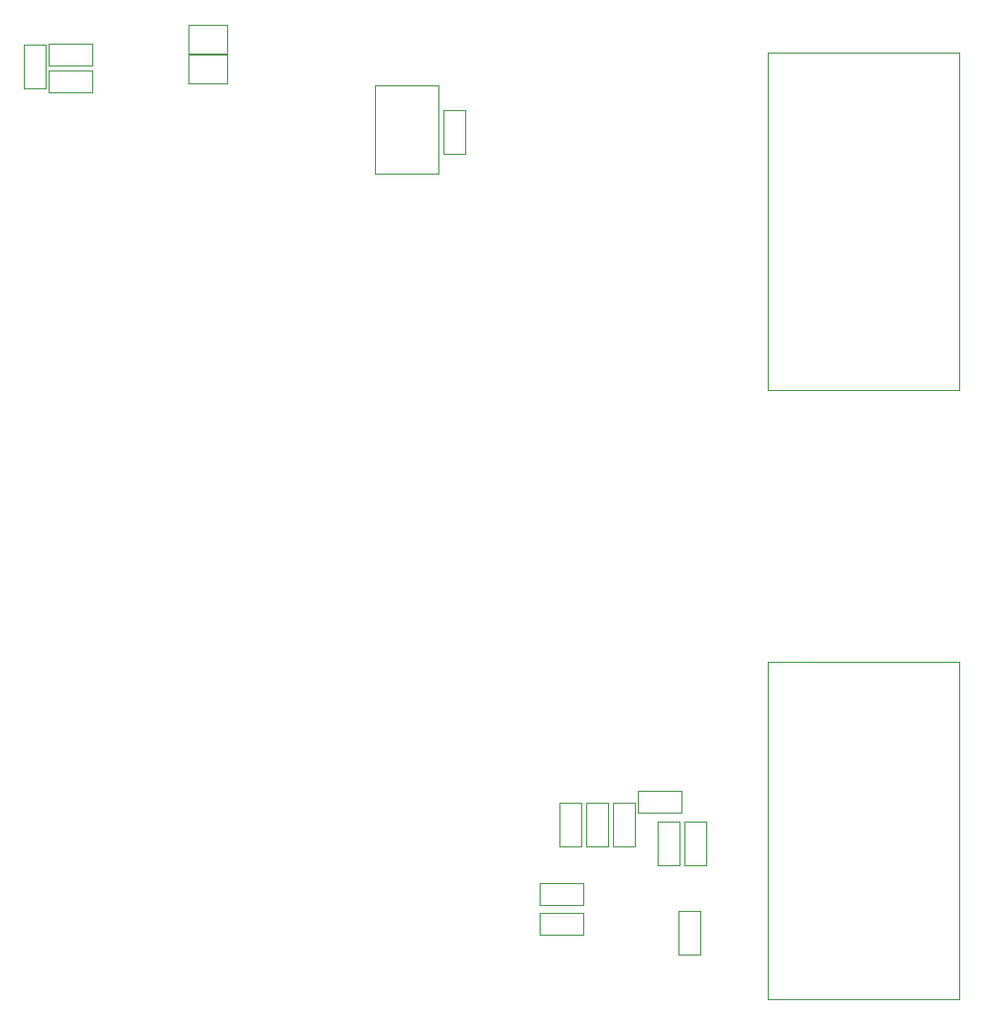
<source format=gbr>
G04 #@! TF.GenerationSoftware,KiCad,Pcbnew,(5.0.0-rc2-dev-586-g888c43477)*
G04 #@! TF.CreationDate,2018-06-04T00:08:36-03:00*
G04 #@! TF.ProjectId,Mcc18,4D636331382E6B696361645F70636200,rev?*
G04 #@! TF.SameCoordinates,Original*
G04 #@! TF.FileFunction,Other,User*
%FSLAX46Y46*%
G04 Gerber Fmt 4.6, Leading zero omitted, Abs format (unit mm)*
G04 Created by KiCad (PCBNEW (5.0.0-rc2-dev-586-g888c43477)) date 06/04/18 00:08:36*
%MOMM*%
%LPD*%
G01*
G04 APERTURE LIST*
%ADD10C,0.050000*%
G04 APERTURE END LIST*
D10*
X117220000Y-50312000D02*
X113920000Y-50312000D01*
X117220000Y-50312000D02*
X117220000Y-52812000D01*
X113920000Y-52812000D02*
X113920000Y-50312000D01*
X113920000Y-52812000D02*
X117220000Y-52812000D01*
X117220000Y-47772000D02*
X113920000Y-47772000D01*
X117220000Y-47772000D02*
X117220000Y-50272000D01*
X113920000Y-50272000D02*
X113920000Y-47772000D01*
X113920000Y-50272000D02*
X117220000Y-50272000D01*
X105746000Y-53528000D02*
X105746000Y-51628000D01*
X105746000Y-51628000D02*
X102026000Y-51628000D01*
X102026000Y-51628000D02*
X102026000Y-53528000D01*
X102026000Y-53528000D02*
X105746000Y-53528000D01*
X105746000Y-51242000D02*
X105746000Y-49342000D01*
X105746000Y-49342000D02*
X102026000Y-49342000D01*
X102026000Y-49342000D02*
X102026000Y-51242000D01*
X102026000Y-51242000D02*
X105746000Y-51242000D01*
X137602000Y-58756000D02*
X137602000Y-55036000D01*
X135702000Y-58756000D02*
X137602000Y-58756000D01*
X135702000Y-55036000D02*
X135702000Y-58756000D01*
X137602000Y-55036000D02*
X135702000Y-55036000D01*
X99888000Y-49448000D02*
X99888000Y-53168000D01*
X101788000Y-49448000D02*
X99888000Y-49448000D01*
X101788000Y-53168000D02*
X101788000Y-49448000D01*
X99888000Y-53168000D02*
X101788000Y-53168000D01*
X129888000Y-52978040D02*
X135288000Y-52978040D01*
X129888000Y-60438040D02*
X135288000Y-60438040D01*
X129888000Y-52978040D02*
X129888000Y-60438040D01*
X135288000Y-52978040D02*
X135288000Y-60438040D01*
X179766000Y-102148000D02*
X179766000Y-130928000D01*
X179766000Y-130928000D02*
X163366000Y-130928000D01*
X163366000Y-130928000D02*
X163366000Y-102148000D01*
X163366000Y-102148000D02*
X179766000Y-102148000D01*
X179766000Y-78954000D02*
X163366000Y-78954000D01*
X179766000Y-50174000D02*
X179766000Y-78954000D01*
X163366000Y-50174000D02*
X179766000Y-50174000D01*
X163366000Y-78954000D02*
X163366000Y-50174000D01*
X147508000Y-114169500D02*
X145608000Y-114169500D01*
X145608000Y-114169500D02*
X145608000Y-117889500D01*
X145608000Y-117889500D02*
X147508000Y-117889500D01*
X147508000Y-117889500D02*
X147508000Y-114169500D01*
X156038000Y-113096000D02*
X152318000Y-113096000D01*
X156038000Y-114996000D02*
X156038000Y-113096000D01*
X152318000Y-114996000D02*
X156038000Y-114996000D01*
X152318000Y-113096000D02*
X152318000Y-114996000D01*
X149794000Y-117889500D02*
X149794000Y-114169500D01*
X147894000Y-117889500D02*
X149794000Y-117889500D01*
X147894000Y-114169500D02*
X147894000Y-117889500D01*
X149794000Y-114169500D02*
X147894000Y-114169500D01*
X143887500Y-123510000D02*
X143887500Y-125410000D01*
X143887500Y-125410000D02*
X147607500Y-125410000D01*
X147607500Y-125410000D02*
X147607500Y-123510000D01*
X147607500Y-123510000D02*
X143887500Y-123510000D01*
X155890000Y-119510500D02*
X155890000Y-115790500D01*
X153990000Y-119510500D02*
X155890000Y-119510500D01*
X153990000Y-115790500D02*
X153990000Y-119510500D01*
X155890000Y-115790500D02*
X153990000Y-115790500D01*
X152080000Y-114169500D02*
X150180000Y-114169500D01*
X150180000Y-114169500D02*
X150180000Y-117889500D01*
X150180000Y-117889500D02*
X152080000Y-117889500D01*
X152080000Y-117889500D02*
X152080000Y-114169500D01*
X158176000Y-119510500D02*
X158176000Y-115790500D01*
X156276000Y-119510500D02*
X158176000Y-119510500D01*
X156276000Y-115790500D02*
X156276000Y-119510500D01*
X158176000Y-115790500D02*
X156276000Y-115790500D01*
X147607500Y-120970000D02*
X143887500Y-120970000D01*
X147607500Y-122870000D02*
X147607500Y-120970000D01*
X143887500Y-122870000D02*
X147607500Y-122870000D01*
X143887500Y-120970000D02*
X143887500Y-122870000D01*
X157668000Y-127082000D02*
X157668000Y-123362000D01*
X155768000Y-127082000D02*
X157668000Y-127082000D01*
X155768000Y-123362000D02*
X155768000Y-127082000D01*
X157668000Y-123362000D02*
X155768000Y-123362000D01*
M02*

</source>
